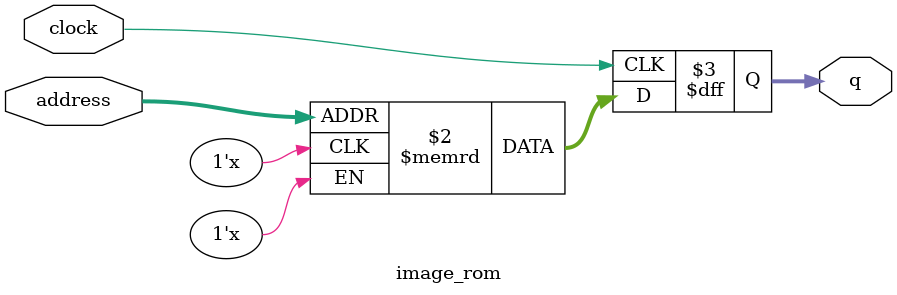
<source format=sv>


module image_rom (
	input logic clock,
	input logic [17:0] address,
	output logic [3:0] q
);

logic [3:0] memory [0:201239] /* synthesis ram_init_file = "C:\\Users\\zacha\\Downloads\\Palettizer-main\\Palettizer-main\\image\\image.mif" */;

always_ff @ (posedge clock) begin
	q <= memory[address];
end

endmodule

</source>
